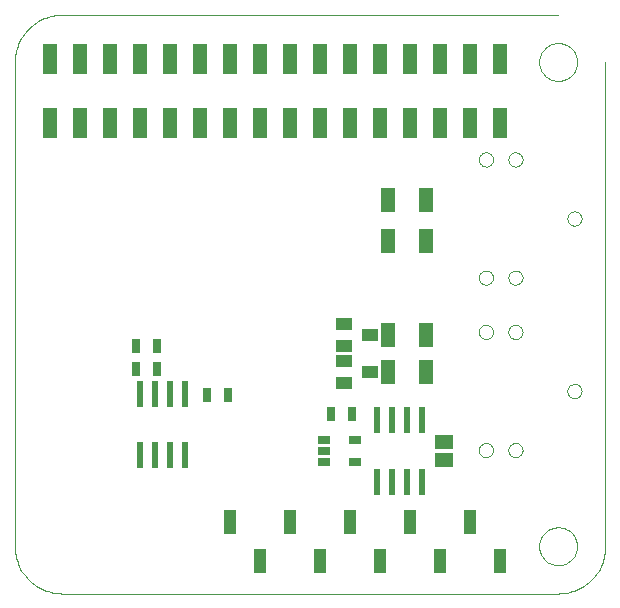
<source format=gtp>
G75*
G70*
%OFA0B0*%
%FSLAX24Y24*%
%IPPOS*%
%LPD*%
%AMOC8*
5,1,8,0,0,1.08239X$1,22.5*
%
%ADD10R,0.0500X0.1000*%
%ADD11R,0.0394X0.0787*%
%ADD12C,0.0000*%
%ADD13R,0.0390X0.0272*%
%ADD14R,0.0240X0.0870*%
%ADD15R,0.0630X0.0460*%
%ADD16R,0.0236X0.0866*%
%ADD17R,0.0315X0.0472*%
%ADD18R,0.0472X0.0787*%
%ADD19R,0.0551X0.0394*%
D10*
X006607Y016175D03*
X007607Y016175D03*
X008607Y016175D03*
X009607Y016175D03*
X010607Y016175D03*
X011607Y016175D03*
X012607Y016175D03*
X013607Y016175D03*
X014607Y016175D03*
X015607Y016175D03*
X016607Y016175D03*
X017607Y016175D03*
X018607Y016175D03*
X019607Y016175D03*
X020607Y016175D03*
X021607Y016175D03*
X021607Y018325D03*
X020607Y018325D03*
X019607Y018325D03*
X018607Y018325D03*
X017607Y018325D03*
X016607Y018325D03*
X015607Y018325D03*
X014607Y018325D03*
X013607Y018325D03*
X012607Y018325D03*
X011607Y018325D03*
X010607Y018325D03*
X009607Y018325D03*
X008607Y018325D03*
X007607Y018325D03*
X006607Y018325D03*
D11*
X012607Y002900D03*
X014607Y002900D03*
X013607Y001600D03*
X015607Y001600D03*
X017607Y001600D03*
X016607Y002900D03*
X018607Y002900D03*
X020607Y002900D03*
X019607Y001600D03*
X021607Y001600D03*
D12*
X005418Y002075D02*
X005418Y018217D01*
X005420Y018294D01*
X005426Y018371D01*
X005435Y018448D01*
X005448Y018524D01*
X005465Y018600D01*
X005486Y018674D01*
X005510Y018748D01*
X005538Y018820D01*
X005569Y018890D01*
X005604Y018959D01*
X005642Y019027D01*
X005683Y019092D01*
X005728Y019155D01*
X005776Y019216D01*
X005826Y019275D01*
X005879Y019331D01*
X005935Y019384D01*
X005994Y019434D01*
X006055Y019482D01*
X006118Y019527D01*
X006183Y019568D01*
X006251Y019606D01*
X006320Y019641D01*
X006390Y019672D01*
X006462Y019700D01*
X006536Y019724D01*
X006610Y019745D01*
X006686Y019762D01*
X006762Y019775D01*
X006839Y019784D01*
X006916Y019790D01*
X006993Y019792D01*
X006993Y019791D02*
X023528Y019791D01*
X022898Y018217D02*
X022900Y018267D01*
X022906Y018317D01*
X022916Y018366D01*
X022930Y018414D01*
X022947Y018461D01*
X022968Y018506D01*
X022993Y018550D01*
X023021Y018591D01*
X023053Y018630D01*
X023087Y018667D01*
X023124Y018701D01*
X023164Y018731D01*
X023206Y018758D01*
X023250Y018782D01*
X023296Y018803D01*
X023343Y018819D01*
X023391Y018832D01*
X023441Y018841D01*
X023490Y018846D01*
X023541Y018847D01*
X023591Y018844D01*
X023640Y018837D01*
X023689Y018826D01*
X023737Y018811D01*
X023783Y018793D01*
X023828Y018771D01*
X023871Y018745D01*
X023912Y018716D01*
X023951Y018684D01*
X023987Y018649D01*
X024019Y018611D01*
X024049Y018571D01*
X024076Y018528D01*
X024099Y018484D01*
X024118Y018438D01*
X024134Y018390D01*
X024146Y018341D01*
X024154Y018292D01*
X024158Y018242D01*
X024158Y018192D01*
X024154Y018142D01*
X024146Y018093D01*
X024134Y018044D01*
X024118Y017996D01*
X024099Y017950D01*
X024076Y017906D01*
X024049Y017863D01*
X024019Y017823D01*
X023987Y017785D01*
X023951Y017750D01*
X023912Y017718D01*
X023871Y017689D01*
X023828Y017663D01*
X023783Y017641D01*
X023737Y017623D01*
X023689Y017608D01*
X023640Y017597D01*
X023591Y017590D01*
X023541Y017587D01*
X023490Y017588D01*
X023441Y017593D01*
X023391Y017602D01*
X023343Y017615D01*
X023296Y017631D01*
X023250Y017652D01*
X023206Y017676D01*
X023164Y017703D01*
X023124Y017733D01*
X023087Y017767D01*
X023053Y017804D01*
X023021Y017843D01*
X022993Y017884D01*
X022968Y017928D01*
X022947Y017973D01*
X022930Y018020D01*
X022916Y018068D01*
X022906Y018117D01*
X022900Y018167D01*
X022898Y018217D01*
X025103Y018217D02*
X025103Y002075D01*
X022898Y002075D02*
X022900Y002125D01*
X022906Y002175D01*
X022916Y002224D01*
X022930Y002272D01*
X022947Y002319D01*
X022968Y002364D01*
X022993Y002408D01*
X023021Y002449D01*
X023053Y002488D01*
X023087Y002525D01*
X023124Y002559D01*
X023164Y002589D01*
X023206Y002616D01*
X023250Y002640D01*
X023296Y002661D01*
X023343Y002677D01*
X023391Y002690D01*
X023441Y002699D01*
X023490Y002704D01*
X023541Y002705D01*
X023591Y002702D01*
X023640Y002695D01*
X023689Y002684D01*
X023737Y002669D01*
X023783Y002651D01*
X023828Y002629D01*
X023871Y002603D01*
X023912Y002574D01*
X023951Y002542D01*
X023987Y002507D01*
X024019Y002469D01*
X024049Y002429D01*
X024076Y002386D01*
X024099Y002342D01*
X024118Y002296D01*
X024134Y002248D01*
X024146Y002199D01*
X024154Y002150D01*
X024158Y002100D01*
X024158Y002050D01*
X024154Y002000D01*
X024146Y001951D01*
X024134Y001902D01*
X024118Y001854D01*
X024099Y001808D01*
X024076Y001764D01*
X024049Y001721D01*
X024019Y001681D01*
X023987Y001643D01*
X023951Y001608D01*
X023912Y001576D01*
X023871Y001547D01*
X023828Y001521D01*
X023783Y001499D01*
X023737Y001481D01*
X023689Y001466D01*
X023640Y001455D01*
X023591Y001448D01*
X023541Y001445D01*
X023490Y001446D01*
X023441Y001451D01*
X023391Y001460D01*
X023343Y001473D01*
X023296Y001489D01*
X023250Y001510D01*
X023206Y001534D01*
X023164Y001561D01*
X023124Y001591D01*
X023087Y001625D01*
X023053Y001662D01*
X023021Y001701D01*
X022993Y001742D01*
X022968Y001786D01*
X022947Y001831D01*
X022930Y001878D01*
X022916Y001926D01*
X022906Y001975D01*
X022900Y002025D01*
X022898Y002075D01*
X023528Y000500D02*
X023605Y000502D01*
X023682Y000508D01*
X023759Y000517D01*
X023835Y000530D01*
X023911Y000547D01*
X023985Y000568D01*
X024059Y000592D01*
X024131Y000620D01*
X024201Y000651D01*
X024270Y000686D01*
X024338Y000724D01*
X024403Y000765D01*
X024466Y000810D01*
X024527Y000858D01*
X024586Y000908D01*
X024642Y000961D01*
X024695Y001017D01*
X024745Y001076D01*
X024793Y001137D01*
X024838Y001200D01*
X024879Y001265D01*
X024917Y001333D01*
X024952Y001402D01*
X024983Y001472D01*
X025011Y001544D01*
X025035Y001618D01*
X025056Y001692D01*
X025073Y001768D01*
X025086Y001844D01*
X025095Y001921D01*
X025101Y001998D01*
X025103Y002075D01*
X023528Y000500D02*
X006993Y000500D01*
X006916Y000502D01*
X006839Y000508D01*
X006762Y000517D01*
X006686Y000530D01*
X006610Y000547D01*
X006536Y000568D01*
X006462Y000592D01*
X006390Y000620D01*
X006320Y000651D01*
X006251Y000686D01*
X006183Y000724D01*
X006118Y000765D01*
X006055Y000810D01*
X005994Y000858D01*
X005935Y000908D01*
X005879Y000961D01*
X005826Y001017D01*
X005776Y001076D01*
X005728Y001137D01*
X005683Y001200D01*
X005642Y001265D01*
X005604Y001333D01*
X005569Y001402D01*
X005538Y001472D01*
X005510Y001544D01*
X005486Y001618D01*
X005465Y001692D01*
X005448Y001768D01*
X005435Y001844D01*
X005426Y001921D01*
X005420Y001998D01*
X005418Y002075D01*
X020887Y005281D02*
X020889Y005311D01*
X020895Y005341D01*
X020904Y005370D01*
X020917Y005397D01*
X020934Y005422D01*
X020953Y005445D01*
X020976Y005466D01*
X021001Y005483D01*
X021027Y005497D01*
X021056Y005507D01*
X021085Y005514D01*
X021115Y005517D01*
X021146Y005516D01*
X021176Y005511D01*
X021205Y005502D01*
X021232Y005490D01*
X021258Y005475D01*
X021282Y005456D01*
X021303Y005434D01*
X021321Y005410D01*
X021336Y005383D01*
X021347Y005355D01*
X021355Y005326D01*
X021359Y005296D01*
X021359Y005266D01*
X021355Y005236D01*
X021347Y005207D01*
X021336Y005179D01*
X021321Y005152D01*
X021303Y005128D01*
X021282Y005106D01*
X021258Y005087D01*
X021232Y005072D01*
X021205Y005060D01*
X021176Y005051D01*
X021146Y005046D01*
X021115Y005045D01*
X021085Y005048D01*
X021056Y005055D01*
X021027Y005065D01*
X021001Y005079D01*
X020976Y005096D01*
X020953Y005117D01*
X020934Y005140D01*
X020917Y005165D01*
X020904Y005192D01*
X020895Y005221D01*
X020889Y005251D01*
X020887Y005281D01*
X021871Y005281D02*
X021873Y005311D01*
X021879Y005341D01*
X021888Y005370D01*
X021901Y005397D01*
X021918Y005422D01*
X021937Y005445D01*
X021960Y005466D01*
X021985Y005483D01*
X022011Y005497D01*
X022040Y005507D01*
X022069Y005514D01*
X022099Y005517D01*
X022130Y005516D01*
X022160Y005511D01*
X022189Y005502D01*
X022216Y005490D01*
X022242Y005475D01*
X022266Y005456D01*
X022287Y005434D01*
X022305Y005410D01*
X022320Y005383D01*
X022331Y005355D01*
X022339Y005326D01*
X022343Y005296D01*
X022343Y005266D01*
X022339Y005236D01*
X022331Y005207D01*
X022320Y005179D01*
X022305Y005152D01*
X022287Y005128D01*
X022266Y005106D01*
X022242Y005087D01*
X022216Y005072D01*
X022189Y005060D01*
X022160Y005051D01*
X022130Y005046D01*
X022099Y005045D01*
X022069Y005048D01*
X022040Y005055D01*
X022011Y005065D01*
X021985Y005079D01*
X021960Y005096D01*
X021937Y005117D01*
X021918Y005140D01*
X021901Y005165D01*
X021888Y005192D01*
X021879Y005221D01*
X021873Y005251D01*
X021871Y005281D01*
X023840Y007250D02*
X023842Y007280D01*
X023848Y007310D01*
X023857Y007339D01*
X023870Y007366D01*
X023887Y007391D01*
X023906Y007414D01*
X023929Y007435D01*
X023954Y007452D01*
X023980Y007466D01*
X024009Y007476D01*
X024038Y007483D01*
X024068Y007486D01*
X024099Y007485D01*
X024129Y007480D01*
X024158Y007471D01*
X024185Y007459D01*
X024211Y007444D01*
X024235Y007425D01*
X024256Y007403D01*
X024274Y007379D01*
X024289Y007352D01*
X024300Y007324D01*
X024308Y007295D01*
X024312Y007265D01*
X024312Y007235D01*
X024308Y007205D01*
X024300Y007176D01*
X024289Y007148D01*
X024274Y007121D01*
X024256Y007097D01*
X024235Y007075D01*
X024211Y007056D01*
X024185Y007041D01*
X024158Y007029D01*
X024129Y007020D01*
X024099Y007015D01*
X024068Y007014D01*
X024038Y007017D01*
X024009Y007024D01*
X023980Y007034D01*
X023954Y007048D01*
X023929Y007065D01*
X023906Y007086D01*
X023887Y007109D01*
X023870Y007134D01*
X023857Y007161D01*
X023848Y007190D01*
X023842Y007220D01*
X023840Y007250D01*
X021871Y009219D02*
X021873Y009249D01*
X021879Y009279D01*
X021888Y009308D01*
X021901Y009335D01*
X021918Y009360D01*
X021937Y009383D01*
X021960Y009404D01*
X021985Y009421D01*
X022011Y009435D01*
X022040Y009445D01*
X022069Y009452D01*
X022099Y009455D01*
X022130Y009454D01*
X022160Y009449D01*
X022189Y009440D01*
X022216Y009428D01*
X022242Y009413D01*
X022266Y009394D01*
X022287Y009372D01*
X022305Y009348D01*
X022320Y009321D01*
X022331Y009293D01*
X022339Y009264D01*
X022343Y009234D01*
X022343Y009204D01*
X022339Y009174D01*
X022331Y009145D01*
X022320Y009117D01*
X022305Y009090D01*
X022287Y009066D01*
X022266Y009044D01*
X022242Y009025D01*
X022216Y009010D01*
X022189Y008998D01*
X022160Y008989D01*
X022130Y008984D01*
X022099Y008983D01*
X022069Y008986D01*
X022040Y008993D01*
X022011Y009003D01*
X021985Y009017D01*
X021960Y009034D01*
X021937Y009055D01*
X021918Y009078D01*
X021901Y009103D01*
X021888Y009130D01*
X021879Y009159D01*
X021873Y009189D01*
X021871Y009219D01*
X020887Y009219D02*
X020889Y009249D01*
X020895Y009279D01*
X020904Y009308D01*
X020917Y009335D01*
X020934Y009360D01*
X020953Y009383D01*
X020976Y009404D01*
X021001Y009421D01*
X021027Y009435D01*
X021056Y009445D01*
X021085Y009452D01*
X021115Y009455D01*
X021146Y009454D01*
X021176Y009449D01*
X021205Y009440D01*
X021232Y009428D01*
X021258Y009413D01*
X021282Y009394D01*
X021303Y009372D01*
X021321Y009348D01*
X021336Y009321D01*
X021347Y009293D01*
X021355Y009264D01*
X021359Y009234D01*
X021359Y009204D01*
X021355Y009174D01*
X021347Y009145D01*
X021336Y009117D01*
X021321Y009090D01*
X021303Y009066D01*
X021282Y009044D01*
X021258Y009025D01*
X021232Y009010D01*
X021205Y008998D01*
X021176Y008989D01*
X021146Y008984D01*
X021115Y008983D01*
X021085Y008986D01*
X021056Y008993D01*
X021027Y009003D01*
X021001Y009017D01*
X020976Y009034D01*
X020953Y009055D01*
X020934Y009078D01*
X020917Y009103D01*
X020904Y009130D01*
X020895Y009159D01*
X020889Y009189D01*
X020887Y009219D01*
X020887Y011031D02*
X020889Y011061D01*
X020895Y011091D01*
X020904Y011120D01*
X020917Y011147D01*
X020934Y011172D01*
X020953Y011195D01*
X020976Y011216D01*
X021001Y011233D01*
X021027Y011247D01*
X021056Y011257D01*
X021085Y011264D01*
X021115Y011267D01*
X021146Y011266D01*
X021176Y011261D01*
X021205Y011252D01*
X021232Y011240D01*
X021258Y011225D01*
X021282Y011206D01*
X021303Y011184D01*
X021321Y011160D01*
X021336Y011133D01*
X021347Y011105D01*
X021355Y011076D01*
X021359Y011046D01*
X021359Y011016D01*
X021355Y010986D01*
X021347Y010957D01*
X021336Y010929D01*
X021321Y010902D01*
X021303Y010878D01*
X021282Y010856D01*
X021258Y010837D01*
X021232Y010822D01*
X021205Y010810D01*
X021176Y010801D01*
X021146Y010796D01*
X021115Y010795D01*
X021085Y010798D01*
X021056Y010805D01*
X021027Y010815D01*
X021001Y010829D01*
X020976Y010846D01*
X020953Y010867D01*
X020934Y010890D01*
X020917Y010915D01*
X020904Y010942D01*
X020895Y010971D01*
X020889Y011001D01*
X020887Y011031D01*
X021871Y011031D02*
X021873Y011061D01*
X021879Y011091D01*
X021888Y011120D01*
X021901Y011147D01*
X021918Y011172D01*
X021937Y011195D01*
X021960Y011216D01*
X021985Y011233D01*
X022011Y011247D01*
X022040Y011257D01*
X022069Y011264D01*
X022099Y011267D01*
X022130Y011266D01*
X022160Y011261D01*
X022189Y011252D01*
X022216Y011240D01*
X022242Y011225D01*
X022266Y011206D01*
X022287Y011184D01*
X022305Y011160D01*
X022320Y011133D01*
X022331Y011105D01*
X022339Y011076D01*
X022343Y011046D01*
X022343Y011016D01*
X022339Y010986D01*
X022331Y010957D01*
X022320Y010929D01*
X022305Y010902D01*
X022287Y010878D01*
X022266Y010856D01*
X022242Y010837D01*
X022216Y010822D01*
X022189Y010810D01*
X022160Y010801D01*
X022130Y010796D01*
X022099Y010795D01*
X022069Y010798D01*
X022040Y010805D01*
X022011Y010815D01*
X021985Y010829D01*
X021960Y010846D01*
X021937Y010867D01*
X021918Y010890D01*
X021901Y010915D01*
X021888Y010942D01*
X021879Y010971D01*
X021873Y011001D01*
X021871Y011031D01*
X023840Y013000D02*
X023842Y013030D01*
X023848Y013060D01*
X023857Y013089D01*
X023870Y013116D01*
X023887Y013141D01*
X023906Y013164D01*
X023929Y013185D01*
X023954Y013202D01*
X023980Y013216D01*
X024009Y013226D01*
X024038Y013233D01*
X024068Y013236D01*
X024099Y013235D01*
X024129Y013230D01*
X024158Y013221D01*
X024185Y013209D01*
X024211Y013194D01*
X024235Y013175D01*
X024256Y013153D01*
X024274Y013129D01*
X024289Y013102D01*
X024300Y013074D01*
X024308Y013045D01*
X024312Y013015D01*
X024312Y012985D01*
X024308Y012955D01*
X024300Y012926D01*
X024289Y012898D01*
X024274Y012871D01*
X024256Y012847D01*
X024235Y012825D01*
X024211Y012806D01*
X024185Y012791D01*
X024158Y012779D01*
X024129Y012770D01*
X024099Y012765D01*
X024068Y012764D01*
X024038Y012767D01*
X024009Y012774D01*
X023980Y012784D01*
X023954Y012798D01*
X023929Y012815D01*
X023906Y012836D01*
X023887Y012859D01*
X023870Y012884D01*
X023857Y012911D01*
X023848Y012940D01*
X023842Y012970D01*
X023840Y013000D01*
X021871Y014969D02*
X021873Y014999D01*
X021879Y015029D01*
X021888Y015058D01*
X021901Y015085D01*
X021918Y015110D01*
X021937Y015133D01*
X021960Y015154D01*
X021985Y015171D01*
X022011Y015185D01*
X022040Y015195D01*
X022069Y015202D01*
X022099Y015205D01*
X022130Y015204D01*
X022160Y015199D01*
X022189Y015190D01*
X022216Y015178D01*
X022242Y015163D01*
X022266Y015144D01*
X022287Y015122D01*
X022305Y015098D01*
X022320Y015071D01*
X022331Y015043D01*
X022339Y015014D01*
X022343Y014984D01*
X022343Y014954D01*
X022339Y014924D01*
X022331Y014895D01*
X022320Y014867D01*
X022305Y014840D01*
X022287Y014816D01*
X022266Y014794D01*
X022242Y014775D01*
X022216Y014760D01*
X022189Y014748D01*
X022160Y014739D01*
X022130Y014734D01*
X022099Y014733D01*
X022069Y014736D01*
X022040Y014743D01*
X022011Y014753D01*
X021985Y014767D01*
X021960Y014784D01*
X021937Y014805D01*
X021918Y014828D01*
X021901Y014853D01*
X021888Y014880D01*
X021879Y014909D01*
X021873Y014939D01*
X021871Y014969D01*
X020887Y014969D02*
X020889Y014999D01*
X020895Y015029D01*
X020904Y015058D01*
X020917Y015085D01*
X020934Y015110D01*
X020953Y015133D01*
X020976Y015154D01*
X021001Y015171D01*
X021027Y015185D01*
X021056Y015195D01*
X021085Y015202D01*
X021115Y015205D01*
X021146Y015204D01*
X021176Y015199D01*
X021205Y015190D01*
X021232Y015178D01*
X021258Y015163D01*
X021282Y015144D01*
X021303Y015122D01*
X021321Y015098D01*
X021336Y015071D01*
X021347Y015043D01*
X021355Y015014D01*
X021359Y014984D01*
X021359Y014954D01*
X021355Y014924D01*
X021347Y014895D01*
X021336Y014867D01*
X021321Y014840D01*
X021303Y014816D01*
X021282Y014794D01*
X021258Y014775D01*
X021232Y014760D01*
X021205Y014748D01*
X021176Y014739D01*
X021146Y014734D01*
X021115Y014733D01*
X021085Y014736D01*
X021056Y014743D01*
X021027Y014753D01*
X021001Y014767D01*
X020976Y014784D01*
X020953Y014805D01*
X020934Y014828D01*
X020917Y014853D01*
X020904Y014880D01*
X020895Y014909D01*
X020889Y014939D01*
X020887Y014969D01*
D13*
X016744Y005624D03*
X016744Y004876D03*
X015724Y004876D03*
X015724Y005250D03*
X015724Y005624D03*
D14*
X017482Y006280D03*
X017982Y006280D03*
X018482Y006280D03*
X018982Y006280D03*
X018982Y004220D03*
X018482Y004220D03*
X017982Y004220D03*
X017482Y004220D03*
D15*
X019732Y004950D03*
X019732Y005550D03*
D16*
X011107Y005101D03*
X010607Y005101D03*
X010107Y005101D03*
X009607Y005101D03*
X009607Y007149D03*
X010107Y007149D03*
X010607Y007149D03*
X011107Y007149D03*
D17*
X011832Y007125D03*
X012541Y007125D03*
X010166Y008000D03*
X009457Y008000D03*
X009457Y008750D03*
X010166Y008750D03*
X015957Y006500D03*
X016666Y006500D03*
D18*
X017852Y007875D03*
X019112Y007875D03*
X019112Y009125D03*
X017852Y009125D03*
X017852Y012250D03*
X019112Y012250D03*
X019112Y013625D03*
X017852Y013625D03*
D19*
X016379Y009499D03*
X017245Y009125D03*
X016379Y008751D03*
X016379Y008249D03*
X016379Y007501D03*
X017245Y007875D03*
M02*

</source>
